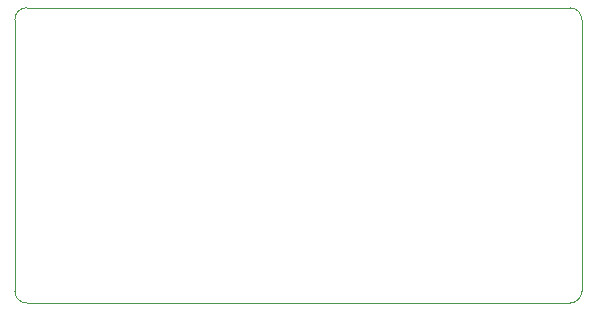
<source format=gbr>
%TF.GenerationSoftware,KiCad,Pcbnew,7.0.9*%
%TF.CreationDate,2024-03-07T22:07:38-08:00*%
%TF.ProjectId,stm32mc,73746d33-326d-4632-9e6b-696361645f70,rev?*%
%TF.SameCoordinates,PX2625a00PY510ff40*%
%TF.FileFunction,Profile,NP*%
%FSLAX46Y46*%
G04 Gerber Fmt 4.6, Leading zero omitted, Abs format (unit mm)*
G04 Created by KiCad (PCBNEW 7.0.9) date 2024-03-07 22:07:38*
%MOMM*%
%LPD*%
G01*
G04 APERTURE LIST*
%TA.AperFunction,Profile*%
%ADD10C,0.100000*%
%TD*%
G04 APERTURE END LIST*
D10*
X47000000Y0D02*
X1000000Y0D01*
X0Y999999D02*
G75*
G03*
X999999Y0I999999J0D01*
G01*
X47000000Y0D02*
G75*
G03*
X48000000Y1000000I1J999999D01*
G01*
X48000000Y24000000D02*
G75*
G03*
X47000000Y25000000I-999999J1D01*
G01*
X1000000Y25000000D02*
G75*
G03*
X0Y24000000I0J-1000000D01*
G01*
X1000000Y25000000D02*
X28000000Y25000000D01*
X0Y999999D02*
X0Y24000000D01*
X48000000Y24000000D02*
X48000000Y1000000D01*
X28000000Y25000000D02*
X47000000Y25000000D01*
M02*

</source>
